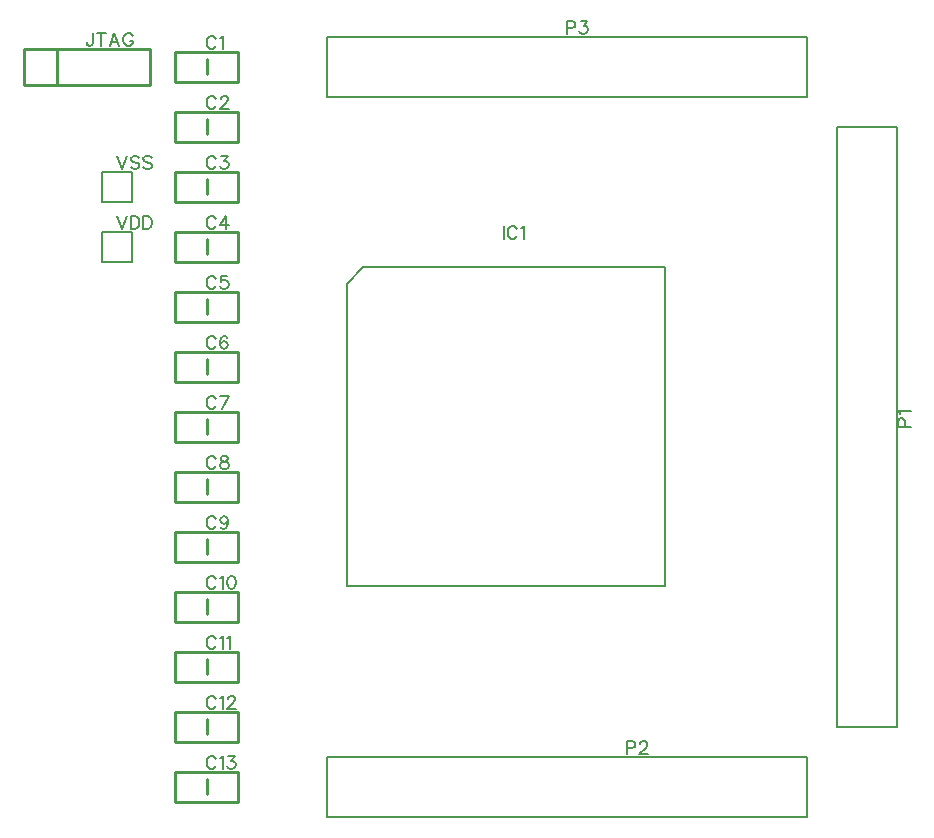
<source format=gto>
G04 Layer: TopSilkLayer*
G04 EasyEDA v5.9.42, Mon, 25 Mar 2019 10:54:48 GMT*
G04 c4031608a2914fe59fb431af2816202f*
G04 Gerber Generator version 0.2*
G04 Scale: 100 percent, Rotated: No, Reflected: No *
G04 Dimensions in inches *
G04 leading zeros omitted , absolute positions ,2 integer and 4 decimal *
%FSLAX24Y24*%
%MOIN*%
G90*
G70D02*

%ADD10C,0.010000*%
%ADD11C,0.006000*%
%ADD12C,0.008000*%
%ADD19C,0.007870*%
%ADD20C,0.007992*%

%LPD*%
G54D19*
G01X13224Y20440D02*
G01X23289Y20440D01*
G01X23289Y9810D01*
G01X12659Y9810D01*
G01X12659Y19875D01*
G01X13224Y20440D01*
G54D12*
G01X5500Y22600D02*
G01X4500Y22600D01*
G01X4500Y23600D01*
G01X5500Y23600D01*
G01X5500Y22850D01*
G54D20*
G01X5500Y22600D02*
G01X5500Y22850D01*
G54D12*
G01X5500Y20600D02*
G01X4500Y20600D01*
G01X4500Y21600D01*
G01X5500Y21600D01*
G01X5500Y20850D01*
G54D20*
G01X5500Y20600D02*
G01X5500Y20850D01*
G54D10*
G01X1900Y27700D02*
G01X6100Y27700D01*
G01X6100Y26500D01*
G01X1900Y26500D01*
G01X1900Y27700D01*
G01X3000Y27700D02*
G01X3000Y26500D01*
G01X8000Y27350D02*
G01X8000Y26850D01*
G01X6950Y27600D02*
G01X9050Y27600D01*
G01X9050Y27600D02*
G01X9050Y26600D01*
G01X9050Y26600D02*
G01X6950Y26600D01*
G01X6950Y26600D02*
G01X6950Y27600D01*
G01X8000Y25350D02*
G01X8000Y24850D01*
G01X6950Y25600D02*
G01X9050Y25600D01*
G01X9050Y25600D02*
G01X9050Y24600D01*
G01X9050Y24600D02*
G01X6950Y24600D01*
G01X6950Y24600D02*
G01X6950Y25600D01*
G01X8000Y23350D02*
G01X8000Y22850D01*
G01X6950Y23600D02*
G01X9050Y23600D01*
G01X9050Y23600D02*
G01X9050Y22600D01*
G01X9050Y22600D02*
G01X6950Y22600D01*
G01X6950Y22600D02*
G01X6950Y23600D01*
G01X8000Y21350D02*
G01X8000Y20850D01*
G01X6950Y21600D02*
G01X9050Y21600D01*
G01X9050Y21600D02*
G01X9050Y20600D01*
G01X9050Y20600D02*
G01X6950Y20600D01*
G01X6950Y20600D02*
G01X6950Y21600D01*
G01X8000Y19350D02*
G01X8000Y18850D01*
G01X6950Y19600D02*
G01X9050Y19600D01*
G01X9050Y19600D02*
G01X9050Y18600D01*
G01X9050Y18600D02*
G01X6950Y18600D01*
G01X6950Y18600D02*
G01X6950Y19600D01*
G01X8000Y17350D02*
G01X8000Y16850D01*
G01X6950Y17600D02*
G01X9050Y17600D01*
G01X9050Y17600D02*
G01X9050Y16600D01*
G01X9050Y16600D02*
G01X6950Y16600D01*
G01X6950Y16600D02*
G01X6950Y17600D01*
G01X8000Y15350D02*
G01X8000Y14850D01*
G01X6950Y15600D02*
G01X9050Y15600D01*
G01X9050Y15600D02*
G01X9050Y14600D01*
G01X9050Y14600D02*
G01X6950Y14600D01*
G01X6950Y14600D02*
G01X6950Y15600D01*
G01X8000Y13350D02*
G01X8000Y12850D01*
G01X6950Y13600D02*
G01X9050Y13600D01*
G01X9050Y13600D02*
G01X9050Y12600D01*
G01X9050Y12600D02*
G01X6950Y12600D01*
G01X6950Y12600D02*
G01X6950Y13600D01*
G01X8000Y11350D02*
G01X8000Y10850D01*
G01X6950Y11600D02*
G01X9050Y11600D01*
G01X9050Y11600D02*
G01X9050Y10600D01*
G01X9050Y10600D02*
G01X6950Y10600D01*
G01X6950Y10600D02*
G01X6950Y11600D01*
G01X8000Y9350D02*
G01X8000Y8850D01*
G01X6950Y9600D02*
G01X9050Y9600D01*
G01X9050Y9600D02*
G01X9050Y8600D01*
G01X9050Y8600D02*
G01X6950Y8600D01*
G01X6950Y8600D02*
G01X6950Y9600D01*
G01X8000Y7350D02*
G01X8000Y6850D01*
G01X6950Y7600D02*
G01X9050Y7600D01*
G01X9050Y7600D02*
G01X9050Y6600D01*
G01X9050Y6600D02*
G01X6950Y6600D01*
G01X6950Y6600D02*
G01X6950Y7600D01*
G01X8000Y5350D02*
G01X8000Y4850D01*
G01X6950Y5600D02*
G01X9050Y5600D01*
G01X9050Y5600D02*
G01X9050Y4600D01*
G01X9050Y4600D02*
G01X6950Y4600D01*
G01X6950Y4600D02*
G01X6950Y5600D01*
G01X8000Y3350D02*
G01X8000Y2850D01*
G01X6950Y3600D02*
G01X9050Y3600D01*
G01X9050Y3600D02*
G01X9050Y2600D01*
G01X9050Y2600D02*
G01X6950Y2600D01*
G01X6950Y2600D02*
G01X6950Y3600D01*
G54D12*
G01X31000Y25100D02*
G01X29000Y25100D01*
G01X29000Y5100D01*
G01X31000Y5100D01*
G01X31000Y25100D01*
G01X12000Y4100D02*
G01X12000Y2100D01*
G01X28000Y2100D01*
G01X28000Y4100D01*
G01X12000Y4100D01*
G01X12000Y28100D02*
G01X12000Y26100D01*
G01X28000Y26100D01*
G01X28000Y28100D01*
G01X12000Y28100D01*
G54D11*
G01X17900Y21796D02*
G01X17900Y21367D01*
G01X18342Y21694D02*
G01X18321Y21734D01*
G01X18280Y21776D01*
G01X18239Y21796D01*
G01X18157Y21796D01*
G01X18117Y21776D01*
G01X18076Y21734D01*
G01X18055Y21694D01*
G01X18035Y21632D01*
G01X18035Y21530D01*
G01X18055Y21469D01*
G01X18076Y21428D01*
G01X18117Y21388D01*
G01X18157Y21367D01*
G01X18239Y21367D01*
G01X18280Y21388D01*
G01X18321Y21428D01*
G01X18342Y21469D01*
G01X18477Y21715D02*
G01X18518Y21734D01*
G01X18578Y21796D01*
G01X18578Y21367D01*
G01X5000Y24128D02*
G01X5164Y23700D01*
G01X5327Y24128D02*
G01X5164Y23700D01*
G01X5748Y24067D02*
G01X5707Y24109D01*
G01X5646Y24128D01*
G01X5564Y24128D01*
G01X5502Y24109D01*
G01X5461Y24067D01*
G01X5461Y24027D01*
G01X5482Y23986D01*
G01X5502Y23965D01*
G01X5543Y23944D01*
G01X5667Y23903D01*
G01X5707Y23884D01*
G01X5727Y23863D01*
G01X5748Y23823D01*
G01X5748Y23761D01*
G01X5707Y23719D01*
G01X5646Y23700D01*
G01X5564Y23700D01*
G01X5502Y23719D01*
G01X5461Y23761D01*
G01X6169Y24067D02*
G01X6128Y24109D01*
G01X6068Y24128D01*
G01X5985Y24128D01*
G01X5925Y24109D01*
G01X5884Y24067D01*
G01X5884Y24027D01*
G01X5903Y23986D01*
G01X5925Y23965D01*
G01X5964Y23944D01*
G01X6088Y23903D01*
G01X6128Y23884D01*
G01X6150Y23863D01*
G01X6169Y23823D01*
G01X6169Y23761D01*
G01X6128Y23719D01*
G01X6068Y23700D01*
G01X5985Y23700D01*
G01X5925Y23719D01*
G01X5884Y23761D01*
G01X5000Y22128D02*
G01X5164Y21700D01*
G01X5327Y22128D02*
G01X5164Y21700D01*
G01X5461Y22128D02*
G01X5461Y21700D01*
G01X5461Y22128D02*
G01X5605Y22128D01*
G01X5667Y22109D01*
G01X5707Y22067D01*
G01X5727Y22027D01*
G01X5748Y21965D01*
G01X5748Y21863D01*
G01X5727Y21802D01*
G01X5707Y21761D01*
G01X5667Y21719D01*
G01X5605Y21700D01*
G01X5461Y21700D01*
G01X5884Y22128D02*
G01X5884Y21700D01*
G01X5884Y22128D02*
G01X6027Y22128D01*
G01X6088Y22109D01*
G01X6128Y22067D01*
G01X6150Y22027D01*
G01X6169Y21965D01*
G01X6169Y21863D01*
G01X6150Y21802D01*
G01X6128Y21761D01*
G01X6088Y21719D01*
G01X6027Y21700D01*
G01X5884Y21700D01*
G01X4205Y28228D02*
G01X4205Y27902D01*
G01X4184Y27840D01*
G01X4163Y27819D01*
G01X4123Y27800D01*
G01X4082Y27800D01*
G01X4040Y27819D01*
G01X4019Y27840D01*
G01X4000Y27902D01*
G01X4000Y27942D01*
G01X4482Y28228D02*
G01X4482Y27800D01*
G01X4340Y28228D02*
G01X4626Y28228D01*
G01X4925Y28228D02*
G01X4760Y27800D01*
G01X4925Y28228D02*
G01X5088Y27800D01*
G01X4822Y27942D02*
G01X5027Y27942D01*
G01X5530Y28127D02*
G01X5510Y28167D01*
G01X5468Y28209D01*
G01X5427Y28228D01*
G01X5346Y28228D01*
G01X5305Y28209D01*
G01X5264Y28167D01*
G01X5243Y28127D01*
G01X5222Y28065D01*
G01X5222Y27963D01*
G01X5243Y27902D01*
G01X5264Y27861D01*
G01X5305Y27819D01*
G01X5346Y27800D01*
G01X5427Y27800D01*
G01X5468Y27819D01*
G01X5510Y27861D01*
G01X5530Y27902D01*
G01X5530Y27963D01*
G01X5427Y27963D02*
G01X5530Y27963D01*
G01X8306Y28027D02*
G01X8285Y28067D01*
G01X8244Y28109D01*
G01X8205Y28128D01*
G01X8122Y28128D01*
G01X8081Y28109D01*
G01X8040Y28067D01*
G01X8019Y28027D01*
G01X8000Y27965D01*
G01X8000Y27863D01*
G01X8019Y27802D01*
G01X8040Y27761D01*
G01X8081Y27719D01*
G01X8122Y27700D01*
G01X8205Y27700D01*
G01X8244Y27719D01*
G01X8285Y27761D01*
G01X8306Y27802D01*
G01X8442Y28048D02*
G01X8482Y28067D01*
G01X8543Y28128D01*
G01X8543Y27700D01*
G01X8306Y26027D02*
G01X8285Y26067D01*
G01X8244Y26109D01*
G01X8205Y26128D01*
G01X8122Y26128D01*
G01X8081Y26109D01*
G01X8040Y26067D01*
G01X8019Y26027D01*
G01X8000Y25965D01*
G01X8000Y25863D01*
G01X8019Y25802D01*
G01X8040Y25761D01*
G01X8081Y25719D01*
G01X8122Y25700D01*
G01X8205Y25700D01*
G01X8244Y25719D01*
G01X8285Y25761D01*
G01X8306Y25802D01*
G01X8461Y26027D02*
G01X8461Y26048D01*
G01X8482Y26088D01*
G01X8502Y26109D01*
G01X8543Y26128D01*
G01X8626Y26128D01*
G01X8667Y26109D01*
G01X8686Y26088D01*
G01X8707Y26048D01*
G01X8707Y26007D01*
G01X8686Y25965D01*
G01X8646Y25903D01*
G01X8442Y25700D01*
G01X8727Y25700D01*
G01X8306Y24027D02*
G01X8285Y24067D01*
G01X8244Y24109D01*
G01X8205Y24128D01*
G01X8122Y24128D01*
G01X8081Y24109D01*
G01X8040Y24067D01*
G01X8019Y24027D01*
G01X8000Y23965D01*
G01X8000Y23863D01*
G01X8019Y23802D01*
G01X8040Y23761D01*
G01X8081Y23719D01*
G01X8122Y23700D01*
G01X8205Y23700D01*
G01X8244Y23719D01*
G01X8285Y23761D01*
G01X8306Y23802D01*
G01X8482Y24128D02*
G01X8707Y24128D01*
G01X8585Y23965D01*
G01X8646Y23965D01*
G01X8686Y23944D01*
G01X8707Y23925D01*
G01X8727Y23863D01*
G01X8727Y23823D01*
G01X8707Y23761D01*
G01X8667Y23719D01*
G01X8605Y23700D01*
G01X8543Y23700D01*
G01X8482Y23719D01*
G01X8461Y23740D01*
G01X8442Y23782D01*
G01X8306Y22027D02*
G01X8285Y22067D01*
G01X8244Y22109D01*
G01X8205Y22128D01*
G01X8122Y22128D01*
G01X8081Y22109D01*
G01X8040Y22067D01*
G01X8019Y22027D01*
G01X8000Y21965D01*
G01X8000Y21863D01*
G01X8019Y21802D01*
G01X8040Y21761D01*
G01X8081Y21719D01*
G01X8122Y21700D01*
G01X8205Y21700D01*
G01X8244Y21719D01*
G01X8285Y21761D01*
G01X8306Y21802D01*
G01X8646Y22128D02*
G01X8442Y21842D01*
G01X8748Y21842D01*
G01X8646Y22128D02*
G01X8646Y21700D01*
G01X8306Y20027D02*
G01X8285Y20067D01*
G01X8244Y20109D01*
G01X8205Y20128D01*
G01X8122Y20128D01*
G01X8081Y20109D01*
G01X8040Y20067D01*
G01X8019Y20027D01*
G01X8000Y19965D01*
G01X8000Y19863D01*
G01X8019Y19802D01*
G01X8040Y19761D01*
G01X8081Y19719D01*
G01X8122Y19700D01*
G01X8205Y19700D01*
G01X8244Y19719D01*
G01X8285Y19761D01*
G01X8306Y19802D01*
G01X8686Y20128D02*
G01X8482Y20128D01*
G01X8461Y19944D01*
G01X8482Y19965D01*
G01X8543Y19986D01*
G01X8605Y19986D01*
G01X8667Y19965D01*
G01X8707Y19925D01*
G01X8727Y19863D01*
G01X8727Y19823D01*
G01X8707Y19761D01*
G01X8667Y19719D01*
G01X8605Y19700D01*
G01X8543Y19700D01*
G01X8482Y19719D01*
G01X8461Y19740D01*
G01X8442Y19782D01*
G01X8306Y18027D02*
G01X8285Y18067D01*
G01X8244Y18109D01*
G01X8205Y18128D01*
G01X8122Y18128D01*
G01X8081Y18109D01*
G01X8040Y18067D01*
G01X8019Y18027D01*
G01X8000Y17965D01*
G01X8000Y17863D01*
G01X8019Y17802D01*
G01X8040Y17761D01*
G01X8081Y17719D01*
G01X8122Y17700D01*
G01X8205Y17700D01*
G01X8244Y17719D01*
G01X8285Y17761D01*
G01X8306Y17802D01*
G01X8686Y18067D02*
G01X8667Y18109D01*
G01X8605Y18128D01*
G01X8564Y18128D01*
G01X8502Y18109D01*
G01X8461Y18048D01*
G01X8442Y17944D01*
G01X8442Y17842D01*
G01X8461Y17761D01*
G01X8502Y17719D01*
G01X8564Y17700D01*
G01X8585Y17700D01*
G01X8646Y17719D01*
G01X8686Y17761D01*
G01X8707Y17823D01*
G01X8707Y17842D01*
G01X8686Y17903D01*
G01X8646Y17944D01*
G01X8585Y17965D01*
G01X8564Y17965D01*
G01X8502Y17944D01*
G01X8461Y17903D01*
G01X8442Y17842D01*
G01X8306Y16026D02*
G01X8285Y16067D01*
G01X8244Y16109D01*
G01X8205Y16128D01*
G01X8122Y16128D01*
G01X8081Y16109D01*
G01X8040Y16067D01*
G01X8019Y16026D01*
G01X8000Y15965D01*
G01X8000Y15863D01*
G01X8019Y15801D01*
G01X8040Y15761D01*
G01X8081Y15719D01*
G01X8122Y15700D01*
G01X8205Y15700D01*
G01X8244Y15719D01*
G01X8285Y15761D01*
G01X8306Y15801D01*
G01X8727Y16128D02*
G01X8523Y15700D01*
G01X8442Y16128D02*
G01X8727Y16128D01*
G01X8306Y14026D02*
G01X8285Y14067D01*
G01X8244Y14109D01*
G01X8205Y14128D01*
G01X8122Y14128D01*
G01X8081Y14109D01*
G01X8040Y14067D01*
G01X8019Y14026D01*
G01X8000Y13965D01*
G01X8000Y13863D01*
G01X8019Y13801D01*
G01X8040Y13761D01*
G01X8081Y13719D01*
G01X8122Y13700D01*
G01X8205Y13700D01*
G01X8244Y13719D01*
G01X8285Y13761D01*
G01X8306Y13801D01*
G01X8543Y14128D02*
G01X8482Y14109D01*
G01X8461Y14067D01*
G01X8461Y14026D01*
G01X8482Y13986D01*
G01X8523Y13965D01*
G01X8605Y13944D01*
G01X8667Y13925D01*
G01X8707Y13884D01*
G01X8727Y13842D01*
G01X8727Y13782D01*
G01X8707Y13740D01*
G01X8686Y13719D01*
G01X8626Y13700D01*
G01X8543Y13700D01*
G01X8482Y13719D01*
G01X8461Y13740D01*
G01X8442Y13782D01*
G01X8442Y13842D01*
G01X8461Y13884D01*
G01X8502Y13925D01*
G01X8564Y13944D01*
G01X8646Y13965D01*
G01X8686Y13986D01*
G01X8707Y14026D01*
G01X8707Y14067D01*
G01X8686Y14109D01*
G01X8626Y14128D01*
G01X8543Y14128D01*
G01X8306Y12026D02*
G01X8285Y12067D01*
G01X8244Y12109D01*
G01X8205Y12128D01*
G01X8122Y12128D01*
G01X8081Y12109D01*
G01X8040Y12067D01*
G01X8019Y12026D01*
G01X8000Y11965D01*
G01X8000Y11863D01*
G01X8019Y11801D01*
G01X8040Y11761D01*
G01X8081Y11719D01*
G01X8122Y11700D01*
G01X8205Y11700D01*
G01X8244Y11719D01*
G01X8285Y11761D01*
G01X8306Y11801D01*
G01X8707Y11986D02*
G01X8686Y11925D01*
G01X8646Y11884D01*
G01X8585Y11863D01*
G01X8564Y11863D01*
G01X8502Y11884D01*
G01X8461Y11925D01*
G01X8442Y11986D01*
G01X8442Y12007D01*
G01X8461Y12067D01*
G01X8502Y12109D01*
G01X8564Y12128D01*
G01X8585Y12128D01*
G01X8646Y12109D01*
G01X8686Y12067D01*
G01X8707Y11986D01*
G01X8707Y11884D01*
G01X8686Y11782D01*
G01X8646Y11719D01*
G01X8585Y11700D01*
G01X8543Y11700D01*
G01X8482Y11719D01*
G01X8461Y11761D01*
G01X8306Y10026D02*
G01X8285Y10067D01*
G01X8244Y10109D01*
G01X8205Y10128D01*
G01X8122Y10128D01*
G01X8081Y10109D01*
G01X8040Y10067D01*
G01X8019Y10026D01*
G01X8000Y9965D01*
G01X8000Y9863D01*
G01X8019Y9801D01*
G01X8040Y9761D01*
G01X8081Y9719D01*
G01X8122Y9700D01*
G01X8205Y9700D01*
G01X8244Y9719D01*
G01X8285Y9761D01*
G01X8306Y9801D01*
G01X8442Y10048D02*
G01X8482Y10067D01*
G01X8543Y10128D01*
G01X8543Y9700D01*
G01X8802Y10128D02*
G01X8739Y10109D01*
G01X8700Y10048D01*
G01X8678Y9944D01*
G01X8678Y9884D01*
G01X8700Y9782D01*
G01X8739Y9719D01*
G01X8802Y9700D01*
G01X8843Y9700D01*
G01X8903Y9719D01*
G01X8944Y9782D01*
G01X8964Y9884D01*
G01X8964Y9944D01*
G01X8944Y10048D01*
G01X8903Y10109D01*
G01X8843Y10128D01*
G01X8802Y10128D01*
G01X8306Y8026D02*
G01X8285Y8067D01*
G01X8244Y8109D01*
G01X8205Y8128D01*
G01X8122Y8128D01*
G01X8081Y8109D01*
G01X8040Y8067D01*
G01X8019Y8026D01*
G01X8000Y7965D01*
G01X8000Y7863D01*
G01X8019Y7801D01*
G01X8040Y7761D01*
G01X8081Y7719D01*
G01X8122Y7700D01*
G01X8205Y7700D01*
G01X8244Y7719D01*
G01X8285Y7761D01*
G01X8306Y7801D01*
G01X8442Y8048D02*
G01X8482Y8067D01*
G01X8543Y8128D01*
G01X8543Y7700D01*
G01X8678Y8048D02*
G01X8719Y8067D01*
G01X8781Y8128D01*
G01X8781Y7700D01*
G01X8306Y6026D02*
G01X8285Y6067D01*
G01X8244Y6109D01*
G01X8205Y6128D01*
G01X8122Y6128D01*
G01X8081Y6109D01*
G01X8040Y6067D01*
G01X8019Y6026D01*
G01X8000Y5965D01*
G01X8000Y5863D01*
G01X8019Y5801D01*
G01X8040Y5761D01*
G01X8081Y5719D01*
G01X8122Y5700D01*
G01X8205Y5700D01*
G01X8244Y5719D01*
G01X8285Y5761D01*
G01X8306Y5801D01*
G01X8442Y6048D02*
G01X8482Y6067D01*
G01X8543Y6128D01*
G01X8543Y5700D01*
G01X8700Y6026D02*
G01X8700Y6048D01*
G01X8719Y6088D01*
G01X8739Y6109D01*
G01X8781Y6128D01*
G01X8863Y6128D01*
G01X8903Y6109D01*
G01X8925Y6088D01*
G01X8944Y6048D01*
G01X8944Y6007D01*
G01X8925Y5965D01*
G01X8884Y5903D01*
G01X8678Y5700D01*
G01X8964Y5700D01*
G01X8306Y4026D02*
G01X8285Y4067D01*
G01X8244Y4109D01*
G01X8205Y4128D01*
G01X8122Y4128D01*
G01X8081Y4109D01*
G01X8040Y4067D01*
G01X8019Y4026D01*
G01X8000Y3965D01*
G01X8000Y3863D01*
G01X8019Y3801D01*
G01X8040Y3761D01*
G01X8081Y3719D01*
G01X8122Y3700D01*
G01X8205Y3700D01*
G01X8244Y3719D01*
G01X8285Y3761D01*
G01X8306Y3801D01*
G01X8442Y4048D02*
G01X8482Y4067D01*
G01X8543Y4128D01*
G01X8543Y3700D01*
G01X8719Y4128D02*
G01X8944Y4128D01*
G01X8822Y3965D01*
G01X8884Y3965D01*
G01X8925Y3944D01*
G01X8944Y3925D01*
G01X8964Y3863D01*
G01X8964Y3823D01*
G01X8944Y3761D01*
G01X8903Y3719D01*
G01X8843Y3700D01*
G01X8781Y3700D01*
G01X8719Y3719D01*
G01X8700Y3740D01*
G01X8678Y3782D01*
G01X31039Y15100D02*
G01X31468Y15100D01*
G01X31039Y15100D02*
G01X31039Y15284D01*
G01X31059Y15344D01*
G01X31078Y15365D01*
G01X31119Y15386D01*
G01X31181Y15386D01*
G01X31222Y15365D01*
G01X31243Y15344D01*
G01X31264Y15284D01*
G01X31264Y15100D01*
G01X31119Y15521D02*
G01X31100Y15561D01*
G01X31039Y15623D01*
G01X31468Y15623D01*
G01X22000Y4628D02*
G01X22000Y4200D01*
G01X22000Y4628D02*
G01X22184Y4628D01*
G01X22244Y4609D01*
G01X22265Y4588D01*
G01X22285Y4548D01*
G01X22285Y4486D01*
G01X22265Y4444D01*
G01X22244Y4425D01*
G01X22184Y4403D01*
G01X22000Y4403D01*
G01X22442Y4526D02*
G01X22442Y4548D01*
G01X22461Y4588D01*
G01X22482Y4609D01*
G01X22523Y4628D01*
G01X22605Y4628D01*
G01X22646Y4609D01*
G01X22667Y4588D01*
G01X22686Y4548D01*
G01X22686Y4507D01*
G01X22667Y4465D01*
G01X22626Y4403D01*
G01X22421Y4200D01*
G01X22707Y4200D01*
G01X20000Y28628D02*
G01X20000Y28200D01*
G01X20000Y28628D02*
G01X20184Y28628D01*
G01X20244Y28609D01*
G01X20265Y28588D01*
G01X20285Y28548D01*
G01X20285Y28486D01*
G01X20265Y28444D01*
G01X20244Y28425D01*
G01X20184Y28403D01*
G01X20000Y28403D01*
G01X20461Y28628D02*
G01X20686Y28628D01*
G01X20564Y28465D01*
G01X20626Y28465D01*
G01X20667Y28444D01*
G01X20686Y28425D01*
G01X20707Y28363D01*
G01X20707Y28323D01*
G01X20686Y28261D01*
G01X20646Y28219D01*
G01X20585Y28200D01*
G01X20523Y28200D01*
G01X20461Y28219D01*
G01X20442Y28240D01*
G01X20421Y28282D01*
M00*
M02*

</source>
